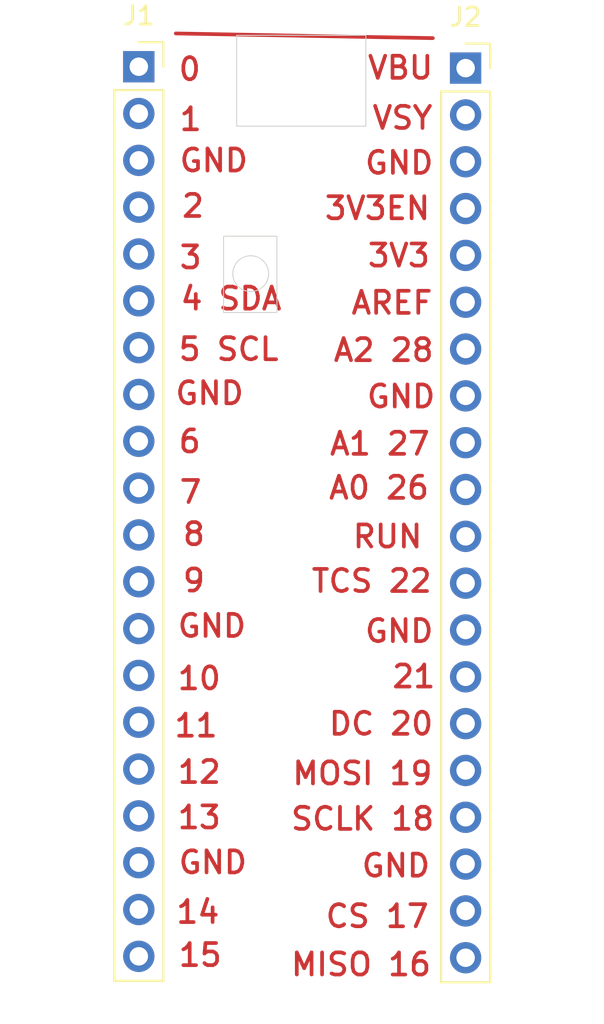
<source format=kicad_pcb>
(kicad_pcb (version 20240108) (generator "pcbnew") (generator_version "8.0")
  (layers (0 "F.Cu" signal) (31 "B.Cu" signal) (34 "B.Paste" user) (35 "F.Paste" user) (36 "B.SilkS" user "B.Silkscreen") (37 "F.SilkS" user "F.Silkscreen") (38 "B.Mask" user) (39 "F.Mask" user) (44 "Edge.Cuts" user))
  (net 0 "")
  (footprint "Connector_PinSocket_2.54mm:PinSocket_1x20_P2.54mm_Vertical" (layer "F.Cu") (at 152.4762 76.1746)
    (property "Reference" "J1" (at 0 -2.77 0) (layer "F.SilkS"))
    (property "Value" "Conn_01x40_Socket")
    (fp_line (start -1.33 1.27) (end -1.33 49.59) (stroke (width 0.12)) (layer "F.SilkS"))
    (fp_line (start -1.33 1.27) (end 1.33 1.27) (stroke (width 0.12)) (layer "F.SilkS"))
    (fp_line (start -1.33 49.59) (end 1.33 49.59) (stroke (width 0.12)) (layer "F.SilkS"))
    (fp_line (start 0 -1.33) (end 1.33 -1.33) (stroke (width 0.12)) (layer "F.SilkS"))
    (fp_line (start 1.33 -1.33) (end 1.33 0) (stroke (width 0.12)) (layer "F.SilkS"))
    (fp_line (start 1.33 1.27) (end 1.33 49.59) (stroke (width 0.12)) (layer "F.SilkS"))
    (pad "1" thru_hole rect (at 0 0) (size 1.7 1.7) (drill 1) (layers "*.Cu" "*.Mask"))
    (pad "2" thru_hole oval (at 0 2.54) (size 1.7 1.7) (drill 1) (layers "*.Cu" "*.Mask"))
    (pad "3" thru_hole oval (at 0 5.08) (size 1.7 1.7) (drill 1) (layers "*.Cu" "*.Mask"))
    (pad "4" thru_hole oval (at 0 7.62) (size 1.7 1.7) (drill 1) (layers "*.Cu" "*.Mask"))
    (pad "5" thru_hole oval (at 0 10.16) (size 1.7 1.7) (drill 1) (layers "*.Cu" "*.Mask"))
    (pad "6" thru_hole oval (at 0 12.7) (size 1.7 1.7) (drill 1) (layers "*.Cu" "*.Mask"))
    (pad "7" thru_hole oval (at 0 15.24) (size 1.7 1.7) (drill 1) (layers "*.Cu" "*.Mask"))
    (pad "8" thru_hole oval (at 0 17.78) (size 1.7 1.7) (drill 1) (layers "*.Cu" "*.Mask"))
    (pad "9" thru_hole oval (at 0 20.32) (size 1.7 1.7) (drill 1) (layers "*.Cu" "*.Mask"))
    (pad "10" thru_hole oval (at 0 22.86) (size 1.7 1.7) (drill 1) (layers "*.Cu" "*.Mask"))
    (pad "11" thru_hole oval (at 0 25.4) (size 1.7 1.7) (drill 1) (layers "*.Cu" "*.Mask"))
    (pad "12" thru_hole oval (at 0 27.94) (size 1.7 1.7) (drill 1) (layers "*.Cu" "*.Mask"))
    (pad "13" thru_hole oval (at 0 30.48) (size 1.7 1.7) (drill 1) (layers "*.Cu" "*.Mask"))
    (pad "14" thru_hole oval (at 0 33.02) (size 1.7 1.7) (drill 1) (layers "*.Cu" "*.Mask"))
    (pad "15" thru_hole oval (at 0 35.56) (size 1.7 1.7) (drill 1) (layers "*.Cu" "*.Mask"))
    (pad "16" thru_hole oval (at 0 38.1) (size 1.7 1.7) (drill 1) (layers "*.Cu" "*.Mask"))
    (pad "17" thru_hole oval (at 0 40.64) (size 1.7 1.7) (drill 1) (layers "*.Cu" "*.Mask"))
    (pad "18" thru_hole oval (at 0 43.18) (size 1.7 1.7) (drill 1) (layers "*.Cu" "*.Mask"))
    (pad "19" thru_hole oval (at 0 45.72) (size 1.7 1.7) (drill 1) (layers "*.Cu" "*.Mask"))
    (pad "20" thru_hole oval (at 0 48.26) (size 1.7 1.7) (drill 1) (layers "*.Cu" "*.Mask"))
  )
  (footprint "Connector_PinSocket_2.54mm:PinSocket_1x20_P2.54mm_Vertical" (layer "F.Cu") (at 170.2054 76.2508)
    (property "Reference" "J2" (at 0 -2.77 0) (layer "F.SilkS"))
    (property "Value" "Conn_01x40_Socket")
    (fp_line (start -1.33 1.27) (end -1.33 49.59) (stroke (width 0.12)) (layer "F.SilkS"))
    (fp_line (start -1.33 1.27) (end 1.33 1.27) (stroke (width 0.12)) (layer "F.SilkS"))
    (fp_line (start -1.33 49.59) (end 1.33 49.59) (stroke (width 0.12)) (layer "F.SilkS"))
    (fp_line (start 0 -1.33) (end 1.33 -1.33) (stroke (width 0.12)) (layer "F.SilkS"))
    (fp_line (start 1.33 -1.33) (end 1.33 0) (stroke (width 0.12)) (layer "F.SilkS"))
    (fp_line (start 1.33 1.27) (end 1.33 49.59) (stroke (width 0.12)) (layer "F.SilkS"))
    (pad "1" thru_hole rect (at 0 0) (size 1.7 1.7) (drill 1) (layers "*.Cu" "*.Mask"))
    (pad "2" thru_hole oval (at 0 2.54) (size 1.7 1.7) (drill 1) (layers "*.Cu" "*.Mask"))
    (pad "3" thru_hole oval (at 0 5.08) (size 1.7 1.7) (drill 1) (layers "*.Cu" "*.Mask"))
    (pad "4" thru_hole oval (at 0 7.62) (size 1.7 1.7) (drill 1) (layers "*.Cu" "*.Mask"))
    (pad "5" thru_hole oval (at 0 10.16) (size 1.7 1.7) (drill 1) (layers "*.Cu" "*.Mask"))
    (pad "6" thru_hole oval (at 0 12.7) (size 1.7 1.7) (drill 1) (layers "*.Cu" "*.Mask"))
    (pad "7" thru_hole oval (at 0 15.24) (size 1.7 1.7) (drill 1) (layers "*.Cu" "*.Mask"))
    (pad "8" thru_hole oval (at 0 17.78) (size 1.7 1.7) (drill 1) (layers "*.Cu" "*.Mask"))
    (pad "9" thru_hole oval (at 0 20.32) (size 1.7 1.7) (drill 1) (layers "*.Cu" "*.Mask"))
    (pad "10" thru_hole oval (at 0 22.86) (size 1.7 1.7) (drill 1) (layers "*.Cu" "*.Mask"))
    (pad "11" thru_hole oval (at 0 25.4) (size 1.7 1.7) (drill 1) (layers "*.Cu" "*.Mask"))
    (pad "12" thru_hole oval (at 0 27.94) (size 1.7 1.7) (drill 1) (layers "*.Cu" "*.Mask"))
    (pad "13" thru_hole oval (at 0 30.48) (size 1.7 1.7) (drill 1) (layers "*.Cu" "*.Mask"))
    (pad "14" thru_hole oval (at 0 33.02) (size 1.7 1.7) (drill 1) (layers "*.Cu" "*.Mask"))
    (pad "15" thru_hole oval (at 0 35.56) (size 1.7 1.7) (drill 1) (layers "*.Cu" "*.Mask"))
    (pad "16" thru_hole oval (at 0 38.1) (size 1.7 1.7) (drill 1) (layers "*.Cu" "*.Mask"))
    (pad "17" thru_hole oval (at 0 40.64) (size 1.7 1.7) (drill 1) (layers "*.Cu" "*.Mask"))
    (pad "18" thru_hole oval (at 0 43.18) (size 1.7 1.7) (drill 1) (layers "*.Cu" "*.Mask"))
    (pad "19" thru_hole oval (at 0 45.72) (size 1.7 1.7) (drill 1) (layers "*.Cu" "*.Mask"))
    (pad "20" thru_hole oval (at 0 48.26) (size 1.7 1.7) (drill 1) (layers "*.Cu" "*.Mask"))
  )
  (gr_line (start 154.4828 74.3712) (end 168.4274 74.6252) (stroke (width 0.2)) (layer "F.Cu"))
  (gr_rect (start 157.7848 74.4728) (end 164.7952 79.4004) (stroke (width 0.05)) (fill none) (layer "Edge.Cuts"))
  (gr_rect (start 157.0736 85.3694) (end 159.9692 89.5096) (stroke (width 0.05)) (fill none) (layer "Edge.Cuts"))
  (gr_circle (center 158.5468 87.4014) (end 158.6484 86.4362) (stroke (width 0.05)) (fill none) (layer "Edge.Cuts"))
  (gr_text "3V3EN" (at 162.4584 84.5566 0) (layer "F.Cu") (effects (font (size 1.2 1.2) (thickness 0.2) (bold yes)) (justify left bottom)))
  (gr_text "3" (at 154.5844 87.2236 0) (layer "F.Cu") (effects (font (size 1.2 1.2) (thickness 0.2) (bold yes)) (justify left bottom)))
  (gr_text "5 SCL" (at 154.5336 92.202 0) (layer "F.Cu") (effects (font (size 1.2 1.2) (thickness 0.2) (bold yes)) (justify left bottom)))
  (gr_text "8" (at 154.7622 102.235 0) (layer "F.Cu") (effects (font (size 1.2 1.2) (thickness 0.2) (bold yes)) (justify left bottom)))
  (gr_text "RUN" (at 163.9824 102.362 0) (layer "F.Cu") (effects (font (size 1.2 1.2) (thickness 0.2) (bold yes)) (justify left bottom)))
  (gr_text "10" (at 154.4828 110.0582 0) (layer "F.Cu") (effects (font (size 1.2 1.2) (thickness 0.2) (bold yes)) (justify left bottom)))
  (gr_text "15" (at 154.5336 125.0696 0) (layer "F.Cu") (effects (font (size 1.2 1.2) (thickness 0.2) (bold yes)) (justify left bottom)))
  (gr_text "6" (at 154.5336 97.2058 0) (layer "F.Cu") (effects (font (size 1.2 1.2) (thickness 0.2) (bold yes)) (justify left bottom)))
  (gr_text "MOSI 19" (at 160.7058 115.2144 0) (layer "F.Cu") (effects (font (size 1.2 1.2) (thickness 0.2) (bold yes)) (justify left bottom)))
  (gr_text "GND" (at 154.3558 94.5896 0) (layer "F.Cu") (effects (font (size 1.2 1.2) (thickness 0.2) (bold yes)) (justify left bottom)))
  (gr_text "3V3" (at 164.7952 87.122 0) (layer "F.Cu") (effects (font (size 1.2 1.2) (thickness 0.2) (bold yes)) (justify left bottom)))
  (gr_text "13" (at 154.4828 117.602 0) (layer "F.Cu") (effects (font (size 1.2 1.2) (thickness 0.2) (bold yes)) (justify left bottom)))
  (gr_text "GND" (at 154.4828 107.2134 0) (layer "F.Cu") (effects (font (size 1.2 1.2) (thickness 0.2) (bold yes)) (justify left bottom)))
  (gr_text "A1 27" (at 162.7378 97.3328 0) (layer "F.Cu") (effects (font (size 1.2 1.2) (thickness 0.2) (bold yes)) (justify left bottom)))
  (gr_text "GND" (at 154.5336 120.0404 0) (layer "F.Cu") (effects (font (size 1.2 1.2) (thickness 0.2) (bold yes)) (justify left bottom)))
  (gr_text "GND" (at 164.7444 94.7674 0) (layer "F.Cu") (effects (font (size 1.2 1.2) (thickness 0.2) (bold yes)) (justify left bottom)))
  (gr_text "GND" (at 164.6428 82.0928 0) (layer "F.Cu") (effects (font (size 1.2 1.2) (thickness 0.2) (bold yes)) (justify left bottom)))
  (gr_text "VBU" (at 164.7952 76.9366 0) (layer "F.Cu") (effects (font (size 1.2 1.2) (thickness 0.2) (bold yes)) (justify left bottom)))
  (gr_text "1" (at 154.5844 79.7306 0) (layer "F.Cu") (effects (font (size 1.2 1.2) (thickness 0.2) (bold yes)) (justify left bottom)))
  (gr_text "GND" (at 154.5844 81.9658 0) (layer "F.Cu") (effects (font (size 1.2 1.2) (thickness 0.2) (bold yes)) (justify left bottom)))
  (gr_text "VSY" (at 165.0492 79.6544 0) (layer "F.Cu") (effects (font (size 1.2 1.2) (thickness 0.2) (bold yes)) (justify left bottom)))
  (gr_text "GND" (at 164.6428 107.4928 0) (layer "F.Cu") (effects (font (size 1.2 1.2) (thickness 0.2) (bold yes)) (justify left bottom)))
  (gr_text "GND" (at 164.465 120.2182 0) (layer "F.Cu") (effects (font (size 1.2 1.2) (thickness 0.2) (bold yes)) (justify left bottom)))
  (gr_text "21" (at 166.116 109.9566 0) (layer "F.Cu") (effects (font (size 1.2 1.2) (thickness 0.2) (bold yes)) (justify left bottom)))
  (gr_text "TCS 22" (at 161.7472 104.775 0) (layer "F.Cu") (effects (font (size 1.2 1.2) (thickness 0.2) (bold yes)) (justify left bottom)))
  (gr_text "CS 17" (at 162.5092 122.9614 0) (layer "F.Cu") (effects (font (size 1.2 1.2) (thickness 0.2) (bold yes)) (justify left bottom)))
  (gr_text "0" (at 154.5336 77.0128 0) (layer "F.Cu") (effects (font (size 1.2 1.2) (thickness 0.2) (bold yes)) (justify left bottom)))
  (gr_text "SCLK 18" (at 160.6296 117.6782 0) (layer "F.Cu") (effects (font (size 1.2 1.2) (thickness 0.2) (bold yes)) (justify left bottom)))
  (gr_text "7" (at 154.5844 99.949 0) (layer "F.Cu") (effects (font (size 1.2 1.2) (thickness 0.2) (bold yes)) (justify left bottom)))
  (gr_text "9" (at 154.7622 104.7496 0) (layer "F.Cu") (effects (font (size 1.2 1.2) (thickness 0.2) (bold yes)) (justify left bottom)))
  (gr_text "A2 28" (at 162.941 92.2528 0) (layer "F.Cu") (effects (font (size 1.2 1.2) (thickness 0.2) (bold yes)) (justify left bottom)))
  (gr_text "4 SDA" (at 154.6352 89.4588 0) (layer "F.Cu") (effects (font (size 1.2 1.2) (thickness 0.2) (bold yes)) (justify left bottom)))
  (gr_text "MISO 16" (at 160.6296 125.5776 0) (layer "F.Cu") (effects (font (size 1.2 1.2) (thickness 0.2) (bold yes)) (justify left bottom)))
  (gr_text "AREF" (at 163.9062 89.6874 0) (layer "F.Cu") (effects (font (size 1.2 1.2) (thickness 0.2) (bold yes)) (justify left bottom)))
  (gr_text "2" (at 154.7114 84.4296 0) (layer "F.Cu") (effects (font (size 1.2 1.2) (thickness 0.2) (bold yes)) (justify left bottom)))
  (gr_text "DC 20" (at 162.687 112.522 0) (layer "F.Cu") (effects (font (size 1.2 1.2) (thickness 0.2) (bold yes)) (justify left bottom)))
  (gr_text "14" (at 154.4066 122.7328 0) (layer "F.Cu") (effects (font (size 1.2 1.2) (thickness 0.2) (bold yes)) (justify left bottom)))
  (gr_text "11" (at 154.305 112.6236 0) (layer "F.Cu") (effects (font (size 1.2 1.2) (thickness 0.2) (bold yes)) (justify left bottom)))
  (gr_text "12" (at 154.4828 115.1382 0) (layer "F.Cu") (effects (font (size 1.2 1.2) (thickness 0.2) (bold yes)) (justify left bottom)))
  (gr_text "A0 26" (at 162.687 99.7204 0) (layer "F.Cu") (effects (font (size 1.2 1.2) (thickness 0.2) (bold yes)) (justify left bottom)))
)
</source>
